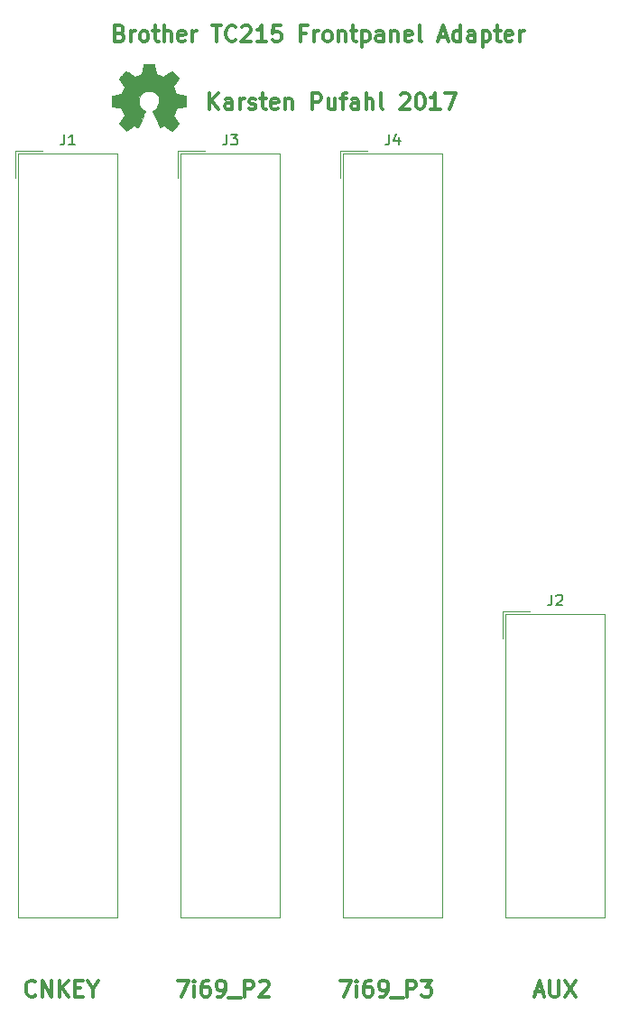
<source format=gbr>
G04 #@! TF.GenerationSoftware,KiCad,Pcbnew,(2017-12-02 revision 3109343b9)-master*
G04 #@! TF.CreationDate,2017-12-03T21:55:53+01:00*
G04 #@! TF.ProjectId,TC214_CNKEY_Adapter,54433231345F434E4B45595F41646170,rev?*
G04 #@! TF.SameCoordinates,Original*
G04 #@! TF.FileFunction,Legend,Top*
G04 #@! TF.FilePolarity,Positive*
%FSLAX46Y46*%
G04 Gerber Fmt 4.6, Leading zero omitted, Abs format (unit mm)*
G04 Created by KiCad (PCBNEW (2017-12-02 revision 3109343b9)-master) date Sun Dec  3 21:55:53 2017*
%MOMM*%
%LPD*%
G01*
G04 APERTURE LIST*
%ADD10C,0.300000*%
%ADD11C,0.002540*%
%ADD12C,0.120000*%
%ADD13C,0.150000*%
G04 APERTURE END LIST*
D10*
X142805000Y-61638571D02*
X142805000Y-60138571D01*
X143662142Y-61638571D02*
X143019285Y-60781428D01*
X143662142Y-60138571D02*
X142805000Y-60995714D01*
X144947857Y-61638571D02*
X144947857Y-60852857D01*
X144876428Y-60710000D01*
X144733571Y-60638571D01*
X144447857Y-60638571D01*
X144305000Y-60710000D01*
X144947857Y-61567142D02*
X144805000Y-61638571D01*
X144447857Y-61638571D01*
X144305000Y-61567142D01*
X144233571Y-61424285D01*
X144233571Y-61281428D01*
X144305000Y-61138571D01*
X144447857Y-61067142D01*
X144805000Y-61067142D01*
X144947857Y-60995714D01*
X145662142Y-61638571D02*
X145662142Y-60638571D01*
X145662142Y-60924285D02*
X145733571Y-60781428D01*
X145805000Y-60710000D01*
X145947857Y-60638571D01*
X146090714Y-60638571D01*
X146519285Y-61567142D02*
X146662142Y-61638571D01*
X146947857Y-61638571D01*
X147090714Y-61567142D01*
X147162142Y-61424285D01*
X147162142Y-61352857D01*
X147090714Y-61210000D01*
X146947857Y-61138571D01*
X146733571Y-61138571D01*
X146590714Y-61067142D01*
X146519285Y-60924285D01*
X146519285Y-60852857D01*
X146590714Y-60710000D01*
X146733571Y-60638571D01*
X146947857Y-60638571D01*
X147090714Y-60710000D01*
X147590714Y-60638571D02*
X148162142Y-60638571D01*
X147805000Y-60138571D02*
X147805000Y-61424285D01*
X147876428Y-61567142D01*
X148019285Y-61638571D01*
X148162142Y-61638571D01*
X149233571Y-61567142D02*
X149090714Y-61638571D01*
X148805000Y-61638571D01*
X148662142Y-61567142D01*
X148590714Y-61424285D01*
X148590714Y-60852857D01*
X148662142Y-60710000D01*
X148805000Y-60638571D01*
X149090714Y-60638571D01*
X149233571Y-60710000D01*
X149305000Y-60852857D01*
X149305000Y-60995714D01*
X148590714Y-61138571D01*
X149947857Y-60638571D02*
X149947857Y-61638571D01*
X149947857Y-60781428D02*
X150019285Y-60710000D01*
X150162142Y-60638571D01*
X150376428Y-60638571D01*
X150519285Y-60710000D01*
X150590714Y-60852857D01*
X150590714Y-61638571D01*
X152447857Y-61638571D02*
X152447857Y-60138571D01*
X153019285Y-60138571D01*
X153162142Y-60210000D01*
X153233571Y-60281428D01*
X153305000Y-60424285D01*
X153305000Y-60638571D01*
X153233571Y-60781428D01*
X153162142Y-60852857D01*
X153019285Y-60924285D01*
X152447857Y-60924285D01*
X154590714Y-60638571D02*
X154590714Y-61638571D01*
X153947857Y-60638571D02*
X153947857Y-61424285D01*
X154019285Y-61567142D01*
X154162142Y-61638571D01*
X154376428Y-61638571D01*
X154519285Y-61567142D01*
X154590714Y-61495714D01*
X155090714Y-60638571D02*
X155662142Y-60638571D01*
X155305000Y-61638571D02*
X155305000Y-60352857D01*
X155376428Y-60210000D01*
X155519285Y-60138571D01*
X155662142Y-60138571D01*
X156805000Y-61638571D02*
X156805000Y-60852857D01*
X156733571Y-60710000D01*
X156590714Y-60638571D01*
X156305000Y-60638571D01*
X156162142Y-60710000D01*
X156805000Y-61567142D02*
X156662142Y-61638571D01*
X156305000Y-61638571D01*
X156162142Y-61567142D01*
X156090714Y-61424285D01*
X156090714Y-61281428D01*
X156162142Y-61138571D01*
X156305000Y-61067142D01*
X156662142Y-61067142D01*
X156805000Y-60995714D01*
X157519285Y-61638571D02*
X157519285Y-60138571D01*
X158162142Y-61638571D02*
X158162142Y-60852857D01*
X158090714Y-60710000D01*
X157947857Y-60638571D01*
X157733571Y-60638571D01*
X157590714Y-60710000D01*
X157519285Y-60781428D01*
X159090714Y-61638571D02*
X158947857Y-61567142D01*
X158876428Y-61424285D01*
X158876428Y-60138571D01*
X160733571Y-60281428D02*
X160805000Y-60210000D01*
X160947857Y-60138571D01*
X161305000Y-60138571D01*
X161447857Y-60210000D01*
X161519285Y-60281428D01*
X161590714Y-60424285D01*
X161590714Y-60567142D01*
X161519285Y-60781428D01*
X160662142Y-61638571D01*
X161590714Y-61638571D01*
X162519285Y-60138571D02*
X162662142Y-60138571D01*
X162805000Y-60210000D01*
X162876428Y-60281428D01*
X162947857Y-60424285D01*
X163019285Y-60710000D01*
X163019285Y-61067142D01*
X162947857Y-61352857D01*
X162876428Y-61495714D01*
X162805000Y-61567142D01*
X162662142Y-61638571D01*
X162519285Y-61638571D01*
X162376428Y-61567142D01*
X162305000Y-61495714D01*
X162233571Y-61352857D01*
X162162142Y-61067142D01*
X162162142Y-60710000D01*
X162233571Y-60424285D01*
X162305000Y-60281428D01*
X162376428Y-60210000D01*
X162519285Y-60138571D01*
X164447857Y-61638571D02*
X163590714Y-61638571D01*
X164019285Y-61638571D02*
X164019285Y-60138571D01*
X163876428Y-60352857D01*
X163733571Y-60495714D01*
X163590714Y-60567142D01*
X164947857Y-60138571D02*
X165947857Y-60138571D01*
X165305000Y-61638571D01*
X134427857Y-54502857D02*
X134642142Y-54574285D01*
X134713571Y-54645714D01*
X134784999Y-54788571D01*
X134784999Y-55002857D01*
X134713571Y-55145714D01*
X134642142Y-55217142D01*
X134499285Y-55288571D01*
X133927857Y-55288571D01*
X133927857Y-53788571D01*
X134427857Y-53788571D01*
X134570714Y-53860000D01*
X134642142Y-53931428D01*
X134713571Y-54074285D01*
X134713571Y-54217142D01*
X134642142Y-54360000D01*
X134570714Y-54431428D01*
X134427857Y-54502857D01*
X133927857Y-54502857D01*
X135427857Y-55288571D02*
X135427857Y-54288571D01*
X135427857Y-54574285D02*
X135499285Y-54431428D01*
X135570714Y-54360000D01*
X135713571Y-54288571D01*
X135856428Y-54288571D01*
X136570714Y-55288571D02*
X136427857Y-55217142D01*
X136356428Y-55145714D01*
X136284999Y-55002857D01*
X136284999Y-54574285D01*
X136356428Y-54431428D01*
X136427857Y-54360000D01*
X136570714Y-54288571D01*
X136784999Y-54288571D01*
X136927857Y-54360000D01*
X136999285Y-54431428D01*
X137070714Y-54574285D01*
X137070714Y-55002857D01*
X136999285Y-55145714D01*
X136927857Y-55217142D01*
X136784999Y-55288571D01*
X136570714Y-55288571D01*
X137499285Y-54288571D02*
X138070714Y-54288571D01*
X137713571Y-53788571D02*
X137713571Y-55074285D01*
X137784999Y-55217142D01*
X137927857Y-55288571D01*
X138070714Y-55288571D01*
X138570714Y-55288571D02*
X138570714Y-53788571D01*
X139213571Y-55288571D02*
X139213571Y-54502857D01*
X139142142Y-54360000D01*
X138999285Y-54288571D01*
X138784999Y-54288571D01*
X138642142Y-54360000D01*
X138570714Y-54431428D01*
X140499285Y-55217142D02*
X140356428Y-55288571D01*
X140070714Y-55288571D01*
X139927857Y-55217142D01*
X139856428Y-55074285D01*
X139856428Y-54502857D01*
X139927857Y-54360000D01*
X140070714Y-54288571D01*
X140356428Y-54288571D01*
X140499285Y-54360000D01*
X140570714Y-54502857D01*
X140570714Y-54645714D01*
X139856428Y-54788571D01*
X141213571Y-55288571D02*
X141213571Y-54288571D01*
X141213571Y-54574285D02*
X141284999Y-54431428D01*
X141356428Y-54360000D01*
X141499285Y-54288571D01*
X141642142Y-54288571D01*
X143070714Y-53788571D02*
X143927857Y-53788571D01*
X143499285Y-55288571D02*
X143499285Y-53788571D01*
X145284999Y-55145714D02*
X145213571Y-55217142D01*
X144999285Y-55288571D01*
X144856428Y-55288571D01*
X144642142Y-55217142D01*
X144499285Y-55074285D01*
X144427857Y-54931428D01*
X144356428Y-54645714D01*
X144356428Y-54431428D01*
X144427857Y-54145714D01*
X144499285Y-54002857D01*
X144642142Y-53860000D01*
X144856428Y-53788571D01*
X144999285Y-53788571D01*
X145213571Y-53860000D01*
X145284999Y-53931428D01*
X145856428Y-53931428D02*
X145927857Y-53860000D01*
X146070714Y-53788571D01*
X146427857Y-53788571D01*
X146570714Y-53860000D01*
X146642142Y-53931428D01*
X146713571Y-54074285D01*
X146713571Y-54217142D01*
X146642142Y-54431428D01*
X145784999Y-55288571D01*
X146713571Y-55288571D01*
X148142142Y-55288571D02*
X147284999Y-55288571D01*
X147713571Y-55288571D02*
X147713571Y-53788571D01*
X147570714Y-54002857D01*
X147427857Y-54145714D01*
X147284999Y-54217142D01*
X149499285Y-53788571D02*
X148784999Y-53788571D01*
X148713571Y-54502857D01*
X148784999Y-54431428D01*
X148927857Y-54360000D01*
X149284999Y-54360000D01*
X149427857Y-54431428D01*
X149499285Y-54502857D01*
X149570714Y-54645714D01*
X149570714Y-55002857D01*
X149499285Y-55145714D01*
X149427857Y-55217142D01*
X149284999Y-55288571D01*
X148927857Y-55288571D01*
X148784999Y-55217142D01*
X148713571Y-55145714D01*
X151856428Y-54502857D02*
X151356428Y-54502857D01*
X151356428Y-55288571D02*
X151356428Y-53788571D01*
X152070714Y-53788571D01*
X152642142Y-55288571D02*
X152642142Y-54288571D01*
X152642142Y-54574285D02*
X152713571Y-54431428D01*
X152785000Y-54360000D01*
X152927857Y-54288571D01*
X153070714Y-54288571D01*
X153785000Y-55288571D02*
X153642142Y-55217142D01*
X153570714Y-55145714D01*
X153499285Y-55002857D01*
X153499285Y-54574285D01*
X153570714Y-54431428D01*
X153642142Y-54360000D01*
X153785000Y-54288571D01*
X153999285Y-54288571D01*
X154142142Y-54360000D01*
X154213571Y-54431428D01*
X154285000Y-54574285D01*
X154285000Y-55002857D01*
X154213571Y-55145714D01*
X154142142Y-55217142D01*
X153999285Y-55288571D01*
X153785000Y-55288571D01*
X154927857Y-54288571D02*
X154927857Y-55288571D01*
X154927857Y-54431428D02*
X154999285Y-54360000D01*
X155142142Y-54288571D01*
X155356428Y-54288571D01*
X155499285Y-54360000D01*
X155570714Y-54502857D01*
X155570714Y-55288571D01*
X156070714Y-54288571D02*
X156642142Y-54288571D01*
X156285000Y-53788571D02*
X156285000Y-55074285D01*
X156356428Y-55217142D01*
X156499285Y-55288571D01*
X156642142Y-55288571D01*
X157142142Y-54288571D02*
X157142142Y-55788571D01*
X157142142Y-54360000D02*
X157285000Y-54288571D01*
X157570714Y-54288571D01*
X157713571Y-54360000D01*
X157785000Y-54431428D01*
X157856428Y-54574285D01*
X157856428Y-55002857D01*
X157785000Y-55145714D01*
X157713571Y-55217142D01*
X157570714Y-55288571D01*
X157285000Y-55288571D01*
X157142142Y-55217142D01*
X159142142Y-55288571D02*
X159142142Y-54502857D01*
X159070714Y-54360000D01*
X158927857Y-54288571D01*
X158642142Y-54288571D01*
X158499285Y-54360000D01*
X159142142Y-55217142D02*
X158999285Y-55288571D01*
X158642142Y-55288571D01*
X158499285Y-55217142D01*
X158427857Y-55074285D01*
X158427857Y-54931428D01*
X158499285Y-54788571D01*
X158642142Y-54717142D01*
X158999285Y-54717142D01*
X159142142Y-54645714D01*
X159856428Y-54288571D02*
X159856428Y-55288571D01*
X159856428Y-54431428D02*
X159927857Y-54360000D01*
X160070714Y-54288571D01*
X160285000Y-54288571D01*
X160427857Y-54360000D01*
X160499285Y-54502857D01*
X160499285Y-55288571D01*
X161785000Y-55217142D02*
X161642142Y-55288571D01*
X161356428Y-55288571D01*
X161213571Y-55217142D01*
X161142142Y-55074285D01*
X161142142Y-54502857D01*
X161213571Y-54360000D01*
X161356428Y-54288571D01*
X161642142Y-54288571D01*
X161785000Y-54360000D01*
X161856428Y-54502857D01*
X161856428Y-54645714D01*
X161142142Y-54788571D01*
X162713571Y-55288571D02*
X162570714Y-55217142D01*
X162499285Y-55074285D01*
X162499285Y-53788571D01*
X164356428Y-54860000D02*
X165070714Y-54860000D01*
X164213571Y-55288571D02*
X164713571Y-53788571D01*
X165213571Y-55288571D01*
X166356428Y-55288571D02*
X166356428Y-53788571D01*
X166356428Y-55217142D02*
X166213571Y-55288571D01*
X165927857Y-55288571D01*
X165785000Y-55217142D01*
X165713571Y-55145714D01*
X165642142Y-55002857D01*
X165642142Y-54574285D01*
X165713571Y-54431428D01*
X165785000Y-54360000D01*
X165927857Y-54288571D01*
X166213571Y-54288571D01*
X166356428Y-54360000D01*
X167713571Y-55288571D02*
X167713571Y-54502857D01*
X167642142Y-54360000D01*
X167499285Y-54288571D01*
X167213571Y-54288571D01*
X167070714Y-54360000D01*
X167713571Y-55217142D02*
X167570714Y-55288571D01*
X167213571Y-55288571D01*
X167070714Y-55217142D01*
X166999285Y-55074285D01*
X166999285Y-54931428D01*
X167070714Y-54788571D01*
X167213571Y-54717142D01*
X167570714Y-54717142D01*
X167713571Y-54645714D01*
X168427857Y-54288571D02*
X168427857Y-55788571D01*
X168427857Y-54360000D02*
X168570714Y-54288571D01*
X168856428Y-54288571D01*
X168999285Y-54360000D01*
X169070714Y-54431428D01*
X169142142Y-54574285D01*
X169142142Y-55002857D01*
X169070714Y-55145714D01*
X168999285Y-55217142D01*
X168856428Y-55288571D01*
X168570714Y-55288571D01*
X168427857Y-55217142D01*
X169570714Y-54288571D02*
X170142142Y-54288571D01*
X169785000Y-53788571D02*
X169785000Y-55074285D01*
X169856428Y-55217142D01*
X169999285Y-55288571D01*
X170142142Y-55288571D01*
X171213571Y-55217142D02*
X171070714Y-55288571D01*
X170785000Y-55288571D01*
X170642142Y-55217142D01*
X170570714Y-55074285D01*
X170570714Y-54502857D01*
X170642142Y-54360000D01*
X170785000Y-54288571D01*
X171070714Y-54288571D01*
X171213571Y-54360000D01*
X171285000Y-54502857D01*
X171285000Y-54645714D01*
X170570714Y-54788571D01*
X171927857Y-55288571D02*
X171927857Y-54288571D01*
X171927857Y-54574285D02*
X171999285Y-54431428D01*
X172070714Y-54360000D01*
X172213571Y-54288571D01*
X172356428Y-54288571D01*
X173402857Y-144395000D02*
X174117142Y-144395000D01*
X173260000Y-144823571D02*
X173760000Y-143323571D01*
X174260000Y-144823571D01*
X174760000Y-143323571D02*
X174760000Y-144537857D01*
X174831428Y-144680714D01*
X174902857Y-144752142D01*
X175045714Y-144823571D01*
X175331428Y-144823571D01*
X175474285Y-144752142D01*
X175545714Y-144680714D01*
X175617142Y-144537857D01*
X175617142Y-143323571D01*
X176188571Y-143323571D02*
X177188571Y-144823571D01*
X177188571Y-143323571D02*
X176188571Y-144823571D01*
X126512142Y-144680714D02*
X126440714Y-144752142D01*
X126226428Y-144823571D01*
X126083571Y-144823571D01*
X125869285Y-144752142D01*
X125726428Y-144609285D01*
X125655000Y-144466428D01*
X125583571Y-144180714D01*
X125583571Y-143966428D01*
X125655000Y-143680714D01*
X125726428Y-143537857D01*
X125869285Y-143395000D01*
X126083571Y-143323571D01*
X126226428Y-143323571D01*
X126440714Y-143395000D01*
X126512142Y-143466428D01*
X127155000Y-144823571D02*
X127155000Y-143323571D01*
X128012142Y-144823571D01*
X128012142Y-143323571D01*
X128726428Y-144823571D02*
X128726428Y-143323571D01*
X129583571Y-144823571D02*
X128940714Y-143966428D01*
X129583571Y-143323571D02*
X128726428Y-144180714D01*
X130226428Y-144037857D02*
X130726428Y-144037857D01*
X130940714Y-144823571D02*
X130226428Y-144823571D01*
X130226428Y-143323571D01*
X130940714Y-143323571D01*
X131869285Y-144109285D02*
X131869285Y-144823571D01*
X131369285Y-143323571D02*
X131869285Y-144109285D01*
X132369285Y-143323571D01*
X155063571Y-143323571D02*
X156063571Y-143323571D01*
X155420714Y-144823571D01*
X156635000Y-144823571D02*
X156635000Y-143823571D01*
X156635000Y-143323571D02*
X156563571Y-143395000D01*
X156635000Y-143466428D01*
X156706428Y-143395000D01*
X156635000Y-143323571D01*
X156635000Y-143466428D01*
X157992142Y-143323571D02*
X157706428Y-143323571D01*
X157563571Y-143395000D01*
X157492142Y-143466428D01*
X157349285Y-143680714D01*
X157277857Y-143966428D01*
X157277857Y-144537857D01*
X157349285Y-144680714D01*
X157420714Y-144752142D01*
X157563571Y-144823571D01*
X157849285Y-144823571D01*
X157992142Y-144752142D01*
X158063571Y-144680714D01*
X158135000Y-144537857D01*
X158135000Y-144180714D01*
X158063571Y-144037857D01*
X157992142Y-143966428D01*
X157849285Y-143895000D01*
X157563571Y-143895000D01*
X157420714Y-143966428D01*
X157349285Y-144037857D01*
X157277857Y-144180714D01*
X158849285Y-144823571D02*
X159135000Y-144823571D01*
X159277857Y-144752142D01*
X159349285Y-144680714D01*
X159492142Y-144466428D01*
X159563571Y-144180714D01*
X159563571Y-143609285D01*
X159492142Y-143466428D01*
X159420714Y-143395000D01*
X159277857Y-143323571D01*
X158992142Y-143323571D01*
X158849285Y-143395000D01*
X158777857Y-143466428D01*
X158706428Y-143609285D01*
X158706428Y-143966428D01*
X158777857Y-144109285D01*
X158849285Y-144180714D01*
X158992142Y-144252142D01*
X159277857Y-144252142D01*
X159420714Y-144180714D01*
X159492142Y-144109285D01*
X159563571Y-143966428D01*
X159849285Y-144966428D02*
X160992142Y-144966428D01*
X161349285Y-144823571D02*
X161349285Y-143323571D01*
X161920714Y-143323571D01*
X162063571Y-143395000D01*
X162135000Y-143466428D01*
X162206428Y-143609285D01*
X162206428Y-143823571D01*
X162135000Y-143966428D01*
X162063571Y-144037857D01*
X161920714Y-144109285D01*
X161349285Y-144109285D01*
X162706428Y-143323571D02*
X163635000Y-143323571D01*
X163135000Y-143895000D01*
X163349285Y-143895000D01*
X163492142Y-143966428D01*
X163563571Y-144037857D01*
X163635000Y-144180714D01*
X163635000Y-144537857D01*
X163563571Y-144680714D01*
X163492142Y-144752142D01*
X163349285Y-144823571D01*
X162920714Y-144823571D01*
X162777857Y-144752142D01*
X162706428Y-144680714D01*
X139823571Y-143323571D02*
X140823571Y-143323571D01*
X140180714Y-144823571D01*
X141395000Y-144823571D02*
X141395000Y-143823571D01*
X141395000Y-143323571D02*
X141323571Y-143395000D01*
X141395000Y-143466428D01*
X141466428Y-143395000D01*
X141395000Y-143323571D01*
X141395000Y-143466428D01*
X142752142Y-143323571D02*
X142466428Y-143323571D01*
X142323571Y-143395000D01*
X142252142Y-143466428D01*
X142109285Y-143680714D01*
X142037857Y-143966428D01*
X142037857Y-144537857D01*
X142109285Y-144680714D01*
X142180714Y-144752142D01*
X142323571Y-144823571D01*
X142609285Y-144823571D01*
X142752142Y-144752142D01*
X142823571Y-144680714D01*
X142895000Y-144537857D01*
X142895000Y-144180714D01*
X142823571Y-144037857D01*
X142752142Y-143966428D01*
X142609285Y-143895000D01*
X142323571Y-143895000D01*
X142180714Y-143966428D01*
X142109285Y-144037857D01*
X142037857Y-144180714D01*
X143609285Y-144823571D02*
X143895000Y-144823571D01*
X144037857Y-144752142D01*
X144109285Y-144680714D01*
X144252142Y-144466428D01*
X144323571Y-144180714D01*
X144323571Y-143609285D01*
X144252142Y-143466428D01*
X144180714Y-143395000D01*
X144037857Y-143323571D01*
X143752142Y-143323571D01*
X143609285Y-143395000D01*
X143537857Y-143466428D01*
X143466428Y-143609285D01*
X143466428Y-143966428D01*
X143537857Y-144109285D01*
X143609285Y-144180714D01*
X143752142Y-144252142D01*
X144037857Y-144252142D01*
X144180714Y-144180714D01*
X144252142Y-144109285D01*
X144323571Y-143966428D01*
X144609285Y-144966428D02*
X145752142Y-144966428D01*
X146109285Y-144823571D02*
X146109285Y-143323571D01*
X146680714Y-143323571D01*
X146823571Y-143395000D01*
X146895000Y-143466428D01*
X146966428Y-143609285D01*
X146966428Y-143823571D01*
X146895000Y-143966428D01*
X146823571Y-144037857D01*
X146680714Y-144109285D01*
X146109285Y-144109285D01*
X147537857Y-143466428D02*
X147609285Y-143395000D01*
X147752142Y-143323571D01*
X148109285Y-143323571D01*
X148252142Y-143395000D01*
X148323571Y-143466428D01*
X148395000Y-143609285D01*
X148395000Y-143752142D01*
X148323571Y-143966428D01*
X147466428Y-144823571D01*
X148395000Y-144823571D01*
D11*
G36*
X135021687Y-63652822D02*
X135057247Y-63632502D01*
X135141067Y-63581702D01*
X135257907Y-63505502D01*
X135395067Y-63411522D01*
X135534767Y-63317542D01*
X135646527Y-63241342D01*
X135727807Y-63190542D01*
X135760827Y-63172762D01*
X135778607Y-63177842D01*
X135844647Y-63210862D01*
X135941167Y-63259122D01*
X135994507Y-63289602D01*
X136083407Y-63327702D01*
X136126587Y-63335322D01*
X136134207Y-63322622D01*
X136167227Y-63254042D01*
X136218027Y-63139742D01*
X136284067Y-62989882D01*
X136357727Y-62812082D01*
X136439007Y-62619042D01*
X136520287Y-62423462D01*
X136599027Y-62238042D01*
X136667607Y-62070402D01*
X136720947Y-61933242D01*
X136759047Y-61839262D01*
X136771747Y-61798622D01*
X136766667Y-61791002D01*
X136723487Y-61747822D01*
X136647287Y-61689402D01*
X136482187Y-61554782D01*
X136317087Y-61351582D01*
X136218027Y-61120442D01*
X136185007Y-60861362D01*
X136212947Y-60622602D01*
X136306927Y-60394002D01*
X136466947Y-60188262D01*
X136659987Y-60035862D01*
X136888587Y-59936802D01*
X137142587Y-59906322D01*
X137386427Y-59934262D01*
X137620107Y-60025702D01*
X137825847Y-60183182D01*
X137914747Y-60284782D01*
X138034127Y-60493062D01*
X138102707Y-60716582D01*
X138110327Y-60772462D01*
X138100167Y-61018842D01*
X138026507Y-61255062D01*
X137896967Y-61465882D01*
X137716627Y-61638602D01*
X137693767Y-61653842D01*
X137609947Y-61717342D01*
X137554067Y-61760522D01*
X137510887Y-61796082D01*
X137823307Y-62547922D01*
X137874107Y-62669842D01*
X137960467Y-62875582D01*
X138036667Y-63053382D01*
X138095087Y-63193082D01*
X138138267Y-63287062D01*
X138156047Y-63325162D01*
X138158587Y-63327702D01*
X138186527Y-63332782D01*
X138242407Y-63312462D01*
X138349087Y-63261662D01*
X138417667Y-63226102D01*
X138498947Y-63185462D01*
X138534507Y-63172762D01*
X138564987Y-63188002D01*
X138641187Y-63238802D01*
X138752947Y-63312462D01*
X138887567Y-63403902D01*
X139017107Y-63492802D01*
X139133947Y-63569002D01*
X139220307Y-63624882D01*
X139260947Y-63647742D01*
X139268567Y-63647742D01*
X139306667Y-63627422D01*
X139372707Y-63569002D01*
X139476847Y-63472482D01*
X139621627Y-63330242D01*
X139644487Y-63307382D01*
X139763867Y-63185462D01*
X139860387Y-63083862D01*
X139923887Y-63012742D01*
X139949287Y-62979722D01*
X139926427Y-62939082D01*
X139873087Y-62852722D01*
X139794347Y-62733342D01*
X139697827Y-62593642D01*
X139448907Y-62230422D01*
X139586067Y-61887522D01*
X139629247Y-61783382D01*
X139682587Y-61656382D01*
X139720687Y-61564942D01*
X139741007Y-61526842D01*
X139779107Y-61511602D01*
X139873087Y-61491282D01*
X140007707Y-61463342D01*
X140170267Y-61432862D01*
X140325207Y-61402382D01*
X140464907Y-61376982D01*
X140563967Y-61356662D01*
X140609687Y-61349042D01*
X140619847Y-61341422D01*
X140630007Y-61321102D01*
X140635087Y-61272842D01*
X140640167Y-61189022D01*
X140640167Y-61054402D01*
X140640167Y-60861362D01*
X140640167Y-60841042D01*
X140640167Y-60655622D01*
X140635087Y-60510842D01*
X140630007Y-60414322D01*
X140624927Y-60376222D01*
X140581747Y-60366062D01*
X140482687Y-60345742D01*
X140342987Y-60317802D01*
X140177887Y-60287322D01*
X140167727Y-60284782D01*
X140000087Y-60251762D01*
X139862927Y-60223822D01*
X139766407Y-60200962D01*
X139723227Y-60188262D01*
X139715607Y-60178102D01*
X139682587Y-60112062D01*
X139634327Y-60010462D01*
X139580987Y-59883462D01*
X139525107Y-59753922D01*
X139479387Y-59637082D01*
X139448907Y-59550722D01*
X139438747Y-59510082D01*
X139464147Y-59469442D01*
X139520027Y-59385622D01*
X139601307Y-59266242D01*
X139697827Y-59124002D01*
X139705447Y-59113842D01*
X139799427Y-58974142D01*
X139878167Y-58854762D01*
X139928967Y-58770942D01*
X139949287Y-58732842D01*
X139946747Y-58730302D01*
X139916267Y-58689662D01*
X139845147Y-58608382D01*
X139743547Y-58501702D01*
X139619087Y-58379782D01*
X139580987Y-58341682D01*
X139446367Y-58207062D01*
X139349847Y-58120702D01*
X139291427Y-58074982D01*
X139263487Y-58064822D01*
X139220307Y-58090222D01*
X139131407Y-58148642D01*
X139012027Y-58229922D01*
X138869787Y-58326442D01*
X138859627Y-58331522D01*
X138719927Y-58428042D01*
X138603087Y-58506782D01*
X138521807Y-58562662D01*
X138486247Y-58582982D01*
X138478627Y-58582982D01*
X138422747Y-58567742D01*
X138323687Y-58532182D01*
X138199227Y-58483922D01*
X138069687Y-58433122D01*
X137952847Y-58382322D01*
X137863947Y-58341682D01*
X137823307Y-58318822D01*
X137820767Y-58316282D01*
X137808067Y-58265482D01*
X137782667Y-58161342D01*
X137752187Y-58016562D01*
X137721707Y-57846382D01*
X137716627Y-57818442D01*
X137683607Y-57653342D01*
X137658207Y-57513642D01*
X137637887Y-57419662D01*
X137627727Y-57379022D01*
X137604867Y-57373942D01*
X137523587Y-57368862D01*
X137399127Y-57366322D01*
X137246727Y-57363782D01*
X137089247Y-57363782D01*
X136934307Y-57368862D01*
X136802227Y-57373942D01*
X136708247Y-57379022D01*
X136670147Y-57386642D01*
X136667607Y-57389182D01*
X136652367Y-57439982D01*
X136629507Y-57546662D01*
X136601567Y-57691442D01*
X136568547Y-57861622D01*
X136563467Y-57892102D01*
X136530447Y-58059742D01*
X136502507Y-58196902D01*
X136482187Y-58288342D01*
X136472027Y-58326442D01*
X136456787Y-58334062D01*
X136388207Y-58364542D01*
X136276447Y-58410262D01*
X136139287Y-58466142D01*
X135819247Y-58595682D01*
X135425547Y-58326442D01*
X135389987Y-58303582D01*
X135247747Y-58207062D01*
X135133447Y-58128322D01*
X135052167Y-58077522D01*
X135019147Y-58057202D01*
X135016607Y-58059742D01*
X134975967Y-58092762D01*
X134897227Y-58166422D01*
X134793087Y-58270562D01*
X134668627Y-58392482D01*
X134577187Y-58483922D01*
X134467967Y-58595682D01*
X134399387Y-58669342D01*
X134363827Y-58717602D01*
X134348587Y-58745542D01*
X134353667Y-58763322D01*
X134379067Y-58803962D01*
X134434947Y-58890322D01*
X134516227Y-59009702D01*
X134612747Y-59149402D01*
X134691487Y-59266242D01*
X134775307Y-59398322D01*
X134831187Y-59492302D01*
X134851507Y-59538022D01*
X134846427Y-59555802D01*
X134818487Y-59634542D01*
X134772767Y-59748842D01*
X134711807Y-59888542D01*
X134577187Y-60198422D01*
X134371447Y-60239062D01*
X134249527Y-60261922D01*
X134076807Y-60294942D01*
X133911707Y-60327962D01*
X133652627Y-60376222D01*
X133642467Y-61323642D01*
X133683107Y-61341422D01*
X133721207Y-61351582D01*
X133817727Y-61371902D01*
X133954887Y-61399842D01*
X134114907Y-61430322D01*
X134252067Y-61455722D01*
X134389227Y-61483662D01*
X134488287Y-61501442D01*
X134534007Y-61511602D01*
X134544167Y-61526842D01*
X134579727Y-61592882D01*
X134627987Y-61699562D01*
X134683867Y-61826562D01*
X134739747Y-61961182D01*
X134788007Y-62083102D01*
X134821027Y-62177082D01*
X134833727Y-62225342D01*
X134815947Y-62260902D01*
X134762607Y-62342182D01*
X134686407Y-62459022D01*
X134592427Y-62596182D01*
X134498447Y-62733342D01*
X134419707Y-62850182D01*
X134363827Y-62934002D01*
X134340967Y-62972102D01*
X134353667Y-63000042D01*
X134407007Y-63066082D01*
X134511147Y-63172762D01*
X134666087Y-63325162D01*
X134691487Y-63350562D01*
X134813407Y-63467402D01*
X134917547Y-63563922D01*
X134988667Y-63627422D01*
X135021687Y-63652822D01*
X135021687Y-63652822D01*
G37*
X135021687Y-63652822D02*
X135057247Y-63632502D01*
X135141067Y-63581702D01*
X135257907Y-63505502D01*
X135395067Y-63411522D01*
X135534767Y-63317542D01*
X135646527Y-63241342D01*
X135727807Y-63190542D01*
X135760827Y-63172762D01*
X135778607Y-63177842D01*
X135844647Y-63210862D01*
X135941167Y-63259122D01*
X135994507Y-63289602D01*
X136083407Y-63327702D01*
X136126587Y-63335322D01*
X136134207Y-63322622D01*
X136167227Y-63254042D01*
X136218027Y-63139742D01*
X136284067Y-62989882D01*
X136357727Y-62812082D01*
X136439007Y-62619042D01*
X136520287Y-62423462D01*
X136599027Y-62238042D01*
X136667607Y-62070402D01*
X136720947Y-61933242D01*
X136759047Y-61839262D01*
X136771747Y-61798622D01*
X136766667Y-61791002D01*
X136723487Y-61747822D01*
X136647287Y-61689402D01*
X136482187Y-61554782D01*
X136317087Y-61351582D01*
X136218027Y-61120442D01*
X136185007Y-60861362D01*
X136212947Y-60622602D01*
X136306927Y-60394002D01*
X136466947Y-60188262D01*
X136659987Y-60035862D01*
X136888587Y-59936802D01*
X137142587Y-59906322D01*
X137386427Y-59934262D01*
X137620107Y-60025702D01*
X137825847Y-60183182D01*
X137914747Y-60284782D01*
X138034127Y-60493062D01*
X138102707Y-60716582D01*
X138110327Y-60772462D01*
X138100167Y-61018842D01*
X138026507Y-61255062D01*
X137896967Y-61465882D01*
X137716627Y-61638602D01*
X137693767Y-61653842D01*
X137609947Y-61717342D01*
X137554067Y-61760522D01*
X137510887Y-61796082D01*
X137823307Y-62547922D01*
X137874107Y-62669842D01*
X137960467Y-62875582D01*
X138036667Y-63053382D01*
X138095087Y-63193082D01*
X138138267Y-63287062D01*
X138156047Y-63325162D01*
X138158587Y-63327702D01*
X138186527Y-63332782D01*
X138242407Y-63312462D01*
X138349087Y-63261662D01*
X138417667Y-63226102D01*
X138498947Y-63185462D01*
X138534507Y-63172762D01*
X138564987Y-63188002D01*
X138641187Y-63238802D01*
X138752947Y-63312462D01*
X138887567Y-63403902D01*
X139017107Y-63492802D01*
X139133947Y-63569002D01*
X139220307Y-63624882D01*
X139260947Y-63647742D01*
X139268567Y-63647742D01*
X139306667Y-63627422D01*
X139372707Y-63569002D01*
X139476847Y-63472482D01*
X139621627Y-63330242D01*
X139644487Y-63307382D01*
X139763867Y-63185462D01*
X139860387Y-63083862D01*
X139923887Y-63012742D01*
X139949287Y-62979722D01*
X139926427Y-62939082D01*
X139873087Y-62852722D01*
X139794347Y-62733342D01*
X139697827Y-62593642D01*
X139448907Y-62230422D01*
X139586067Y-61887522D01*
X139629247Y-61783382D01*
X139682587Y-61656382D01*
X139720687Y-61564942D01*
X139741007Y-61526842D01*
X139779107Y-61511602D01*
X139873087Y-61491282D01*
X140007707Y-61463342D01*
X140170267Y-61432862D01*
X140325207Y-61402382D01*
X140464907Y-61376982D01*
X140563967Y-61356662D01*
X140609687Y-61349042D01*
X140619847Y-61341422D01*
X140630007Y-61321102D01*
X140635087Y-61272842D01*
X140640167Y-61189022D01*
X140640167Y-61054402D01*
X140640167Y-60861362D01*
X140640167Y-60841042D01*
X140640167Y-60655622D01*
X140635087Y-60510842D01*
X140630007Y-60414322D01*
X140624927Y-60376222D01*
X140581747Y-60366062D01*
X140482687Y-60345742D01*
X140342987Y-60317802D01*
X140177887Y-60287322D01*
X140167727Y-60284782D01*
X140000087Y-60251762D01*
X139862927Y-60223822D01*
X139766407Y-60200962D01*
X139723227Y-60188262D01*
X139715607Y-60178102D01*
X139682587Y-60112062D01*
X139634327Y-60010462D01*
X139580987Y-59883462D01*
X139525107Y-59753922D01*
X139479387Y-59637082D01*
X139448907Y-59550722D01*
X139438747Y-59510082D01*
X139464147Y-59469442D01*
X139520027Y-59385622D01*
X139601307Y-59266242D01*
X139697827Y-59124002D01*
X139705447Y-59113842D01*
X139799427Y-58974142D01*
X139878167Y-58854762D01*
X139928967Y-58770942D01*
X139949287Y-58732842D01*
X139946747Y-58730302D01*
X139916267Y-58689662D01*
X139845147Y-58608382D01*
X139743547Y-58501702D01*
X139619087Y-58379782D01*
X139580987Y-58341682D01*
X139446367Y-58207062D01*
X139349847Y-58120702D01*
X139291427Y-58074982D01*
X139263487Y-58064822D01*
X139220307Y-58090222D01*
X139131407Y-58148642D01*
X139012027Y-58229922D01*
X138869787Y-58326442D01*
X138859627Y-58331522D01*
X138719927Y-58428042D01*
X138603087Y-58506782D01*
X138521807Y-58562662D01*
X138486247Y-58582982D01*
X138478627Y-58582982D01*
X138422747Y-58567742D01*
X138323687Y-58532182D01*
X138199227Y-58483922D01*
X138069687Y-58433122D01*
X137952847Y-58382322D01*
X137863947Y-58341682D01*
X137823307Y-58318822D01*
X137820767Y-58316282D01*
X137808067Y-58265482D01*
X137782667Y-58161342D01*
X137752187Y-58016562D01*
X137721707Y-57846382D01*
X137716627Y-57818442D01*
X137683607Y-57653342D01*
X137658207Y-57513642D01*
X137637887Y-57419662D01*
X137627727Y-57379022D01*
X137604867Y-57373942D01*
X137523587Y-57368862D01*
X137399127Y-57366322D01*
X137246727Y-57363782D01*
X137089247Y-57363782D01*
X136934307Y-57368862D01*
X136802227Y-57373942D01*
X136708247Y-57379022D01*
X136670147Y-57386642D01*
X136667607Y-57389182D01*
X136652367Y-57439982D01*
X136629507Y-57546662D01*
X136601567Y-57691442D01*
X136568547Y-57861622D01*
X136563467Y-57892102D01*
X136530447Y-58059742D01*
X136502507Y-58196902D01*
X136482187Y-58288342D01*
X136472027Y-58326442D01*
X136456787Y-58334062D01*
X136388207Y-58364542D01*
X136276447Y-58410262D01*
X136139287Y-58466142D01*
X135819247Y-58595682D01*
X135425547Y-58326442D01*
X135389987Y-58303582D01*
X135247747Y-58207062D01*
X135133447Y-58128322D01*
X135052167Y-58077522D01*
X135019147Y-58057202D01*
X135016607Y-58059742D01*
X134975967Y-58092762D01*
X134897227Y-58166422D01*
X134793087Y-58270562D01*
X134668627Y-58392482D01*
X134577187Y-58483922D01*
X134467967Y-58595682D01*
X134399387Y-58669342D01*
X134363827Y-58717602D01*
X134348587Y-58745542D01*
X134353667Y-58763322D01*
X134379067Y-58803962D01*
X134434947Y-58890322D01*
X134516227Y-59009702D01*
X134612747Y-59149402D01*
X134691487Y-59266242D01*
X134775307Y-59398322D01*
X134831187Y-59492302D01*
X134851507Y-59538022D01*
X134846427Y-59555802D01*
X134818487Y-59634542D01*
X134772767Y-59748842D01*
X134711807Y-59888542D01*
X134577187Y-60198422D01*
X134371447Y-60239062D01*
X134249527Y-60261922D01*
X134076807Y-60294942D01*
X133911707Y-60327962D01*
X133652627Y-60376222D01*
X133642467Y-61323642D01*
X133683107Y-61341422D01*
X133721207Y-61351582D01*
X133817727Y-61371902D01*
X133954887Y-61399842D01*
X134114907Y-61430322D01*
X134252067Y-61455722D01*
X134389227Y-61483662D01*
X134488287Y-61501442D01*
X134534007Y-61511602D01*
X134544167Y-61526842D01*
X134579727Y-61592882D01*
X134627987Y-61699562D01*
X134683867Y-61826562D01*
X134739747Y-61961182D01*
X134788007Y-62083102D01*
X134821027Y-62177082D01*
X134833727Y-62225342D01*
X134815947Y-62260902D01*
X134762607Y-62342182D01*
X134686407Y-62459022D01*
X134592427Y-62596182D01*
X134498447Y-62733342D01*
X134419707Y-62850182D01*
X134363827Y-62934002D01*
X134340967Y-62972102D01*
X134353667Y-63000042D01*
X134407007Y-63066082D01*
X134511147Y-63172762D01*
X134666087Y-63325162D01*
X134691487Y-63350562D01*
X134813407Y-63467402D01*
X134917547Y-63563922D01*
X134988667Y-63627422D01*
X135021687Y-63652822D01*
D12*
X134215000Y-65770000D02*
X134215000Y-137430000D01*
X134215000Y-137430000D02*
X124865000Y-137430000D01*
X124865000Y-137430000D02*
X124865000Y-65770000D01*
X124865000Y-65770000D02*
X134215000Y-65770000D01*
X124615000Y-65520000D02*
X124615000Y-68060000D01*
X124615000Y-65520000D02*
X127155000Y-65520000D01*
X139855000Y-65520000D02*
X142395000Y-65520000D01*
X139855000Y-65520000D02*
X139855000Y-68060000D01*
X140105000Y-65770000D02*
X149455000Y-65770000D01*
X140105000Y-137430000D02*
X140105000Y-65770000D01*
X149455000Y-137430000D02*
X140105000Y-137430000D01*
X149455000Y-65770000D02*
X149455000Y-137430000D01*
X179935000Y-108950000D02*
X179935000Y-137430000D01*
X179935000Y-137430000D02*
X170585000Y-137430000D01*
X170585000Y-137430000D02*
X170585000Y-108950000D01*
X170585000Y-108950000D02*
X179935000Y-108950000D01*
X170335000Y-108700000D02*
X170335000Y-111240000D01*
X170335000Y-108700000D02*
X172875000Y-108700000D01*
X164695000Y-65770000D02*
X164695000Y-137430000D01*
X164695000Y-137430000D02*
X155345000Y-137430000D01*
X155345000Y-137430000D02*
X155345000Y-65770000D01*
X155345000Y-65770000D02*
X164695000Y-65770000D01*
X155095000Y-65520000D02*
X155095000Y-68060000D01*
X155095000Y-65520000D02*
X157635000Y-65520000D01*
D13*
X129206666Y-63968380D02*
X129206666Y-64682666D01*
X129159047Y-64825523D01*
X129063809Y-64920761D01*
X128920952Y-64968380D01*
X128825714Y-64968380D01*
X130206666Y-64968380D02*
X129635238Y-64968380D01*
X129920952Y-64968380D02*
X129920952Y-63968380D01*
X129825714Y-64111238D01*
X129730476Y-64206476D01*
X129635238Y-64254095D01*
X144446666Y-63968380D02*
X144446666Y-64682666D01*
X144399047Y-64825523D01*
X144303809Y-64920761D01*
X144160952Y-64968380D01*
X144065714Y-64968380D01*
X144827619Y-63968380D02*
X145446666Y-63968380D01*
X145113333Y-64349333D01*
X145256190Y-64349333D01*
X145351428Y-64396952D01*
X145399047Y-64444571D01*
X145446666Y-64539809D01*
X145446666Y-64777904D01*
X145399047Y-64873142D01*
X145351428Y-64920761D01*
X145256190Y-64968380D01*
X144970476Y-64968380D01*
X144875238Y-64920761D01*
X144827619Y-64873142D01*
X174926666Y-107148380D02*
X174926666Y-107862666D01*
X174879047Y-108005523D01*
X174783809Y-108100761D01*
X174640952Y-108148380D01*
X174545714Y-108148380D01*
X175355238Y-107243619D02*
X175402857Y-107196000D01*
X175498095Y-107148380D01*
X175736190Y-107148380D01*
X175831428Y-107196000D01*
X175879047Y-107243619D01*
X175926666Y-107338857D01*
X175926666Y-107434095D01*
X175879047Y-107576952D01*
X175307619Y-108148380D01*
X175926666Y-108148380D01*
X159686666Y-63968380D02*
X159686666Y-64682666D01*
X159639047Y-64825523D01*
X159543809Y-64920761D01*
X159400952Y-64968380D01*
X159305714Y-64968380D01*
X160591428Y-64301714D02*
X160591428Y-64968380D01*
X160353333Y-63920761D02*
X160115238Y-64635047D01*
X160734285Y-64635047D01*
M02*

</source>
